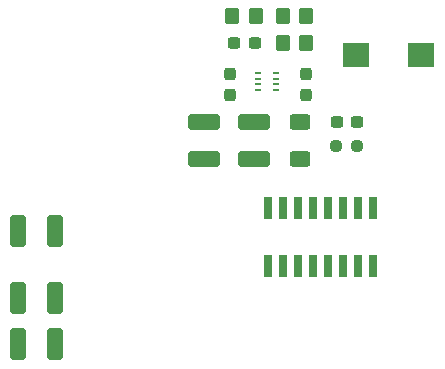
<source format=gbr>
%TF.GenerationSoftware,KiCad,Pcbnew,6.0.8-f2edbf62ab~116~ubuntu22.04.1*%
%TF.CreationDate,2022-11-20T23:03:40-05:00*%
%TF.ProjectId,Pi_HAT_V3,50695f48-4154-45f5-9633-2e6b69636164,rev?*%
%TF.SameCoordinates,Original*%
%TF.FileFunction,Paste,Bot*%
%TF.FilePolarity,Positive*%
%FSLAX46Y46*%
G04 Gerber Fmt 4.6, Leading zero omitted, Abs format (unit mm)*
G04 Created by KiCad (PCBNEW 6.0.8-f2edbf62ab~116~ubuntu22.04.1) date 2022-11-20 23:03:40*
%MOMM*%
%LPD*%
G01*
G04 APERTURE LIST*
G04 Aperture macros list*
%AMRoundRect*
0 Rectangle with rounded corners*
0 $1 Rounding radius*
0 $2 $3 $4 $5 $6 $7 $8 $9 X,Y pos of 4 corners*
0 Add a 4 corners polygon primitive as box body*
4,1,4,$2,$3,$4,$5,$6,$7,$8,$9,$2,$3,0*
0 Add four circle primitives for the rounded corners*
1,1,$1+$1,$2,$3*
1,1,$1+$1,$4,$5*
1,1,$1+$1,$6,$7*
1,1,$1+$1,$8,$9*
0 Add four rect primitives between the rounded corners*
20,1,$1+$1,$2,$3,$4,$5,0*
20,1,$1+$1,$4,$5,$6,$7,0*
20,1,$1+$1,$6,$7,$8,$9,0*
20,1,$1+$1,$8,$9,$2,$3,0*%
G04 Aperture macros list end*
%ADD10RoundRect,0.250000X0.412500X1.100000X-0.412500X1.100000X-0.412500X-1.100000X0.412500X-1.100000X0*%
%ADD11RoundRect,0.237500X-0.300000X-0.237500X0.300000X-0.237500X0.300000X0.237500X-0.300000X0.237500X0*%
%ADD12RoundRect,0.237500X-0.237500X0.300000X-0.237500X-0.300000X0.237500X-0.300000X0.237500X0.300000X0*%
%ADD13RoundRect,0.250000X1.100000X-0.412500X1.100000X0.412500X-1.100000X0.412500X-1.100000X-0.412500X0*%
%ADD14RoundRect,0.250000X0.625000X-0.400000X0.625000X0.400000X-0.625000X0.400000X-0.625000X-0.400000X0*%
%ADD15RoundRect,0.237500X0.300000X0.237500X-0.300000X0.237500X-0.300000X-0.237500X0.300000X-0.237500X0*%
%ADD16RoundRect,0.250000X0.350000X0.450000X-0.350000X0.450000X-0.350000X-0.450000X0.350000X-0.450000X0*%
%ADD17R,2.260600X2.108200*%
%ADD18RoundRect,0.250000X-0.350000X-0.450000X0.350000X-0.450000X0.350000X0.450000X-0.350000X0.450000X0*%
%ADD19R,0.609600X0.279400*%
%ADD20RoundRect,0.237500X-0.250000X-0.237500X0.250000X-0.237500X0.250000X0.237500X-0.250000X0.237500X0*%
%ADD21RoundRect,0.042000X-0.258000X0.908000X-0.258000X-0.908000X0.258000X-0.908000X0.258000X0.908000X0*%
%ADD22RoundRect,0.250000X-0.412500X-1.100000X0.412500X-1.100000X0.412500X1.100000X-0.412500X1.100000X0*%
G04 APERTURE END LIST*
D10*
%TO.C,C7*%
X115062500Y-102750000D03*
X111937500Y-102750000D03*
%TD*%
D11*
%TO.C,C9*%
X130212500Y-77275000D03*
X131937500Y-77275000D03*
%TD*%
D12*
%TO.C,C3*%
X136250000Y-79887500D03*
X136250000Y-81612500D03*
%TD*%
D10*
%TO.C,C6*%
X115062500Y-98850000D03*
X111937500Y-98850000D03*
%TD*%
D13*
%TO.C,C1*%
X131900000Y-87037500D03*
X131900000Y-83912500D03*
%TD*%
%TO.C,C2*%
X127650000Y-87037500D03*
X127650000Y-83912500D03*
%TD*%
D14*
%TO.C,R2*%
X135750000Y-87050000D03*
X135750000Y-83950000D03*
%TD*%
D15*
%TO.C,C4*%
X140612500Y-83975000D03*
X138887500Y-83975000D03*
%TD*%
D16*
%TO.C,R5*%
X136300000Y-77275000D03*
X134300000Y-77275000D03*
%TD*%
D17*
%TO.C,L1*%
X140481400Y-78250000D03*
X146018600Y-78250000D03*
%TD*%
D18*
%TO.C,R14*%
X130050000Y-75000000D03*
X132050000Y-75000000D03*
%TD*%
D19*
%TO.C,U1*%
X133749300Y-79749999D03*
X133749300Y-80250000D03*
X133749300Y-80750000D03*
X133749300Y-81250001D03*
X132250700Y-81250001D03*
X132250700Y-80750000D03*
X132250700Y-80250000D03*
X132250700Y-79749999D03*
%TD*%
D12*
%TO.C,C8*%
X129875000Y-79887500D03*
X129875000Y-81612500D03*
%TD*%
D20*
%TO.C,R4*%
X138812500Y-86000000D03*
X140637500Y-86000000D03*
%TD*%
D21*
%TO.C,U2*%
X133065000Y-91232500D03*
X134335000Y-91232500D03*
X135605000Y-91232500D03*
X136875000Y-91232500D03*
X138145000Y-91232500D03*
X139415000Y-91232500D03*
X140685000Y-91232500D03*
X141955000Y-91232500D03*
X141955000Y-96142500D03*
X140685000Y-96142500D03*
X139415000Y-96142500D03*
X138145000Y-96142500D03*
X136875000Y-96142500D03*
X135605000Y-96142500D03*
X134335000Y-96142500D03*
X133065000Y-96142500D03*
%TD*%
D22*
%TO.C,C5*%
X111937500Y-93200000D03*
X115062500Y-93200000D03*
%TD*%
D16*
%TO.C,R3*%
X136325000Y-75000000D03*
X134325000Y-75000000D03*
%TD*%
M02*

</source>
